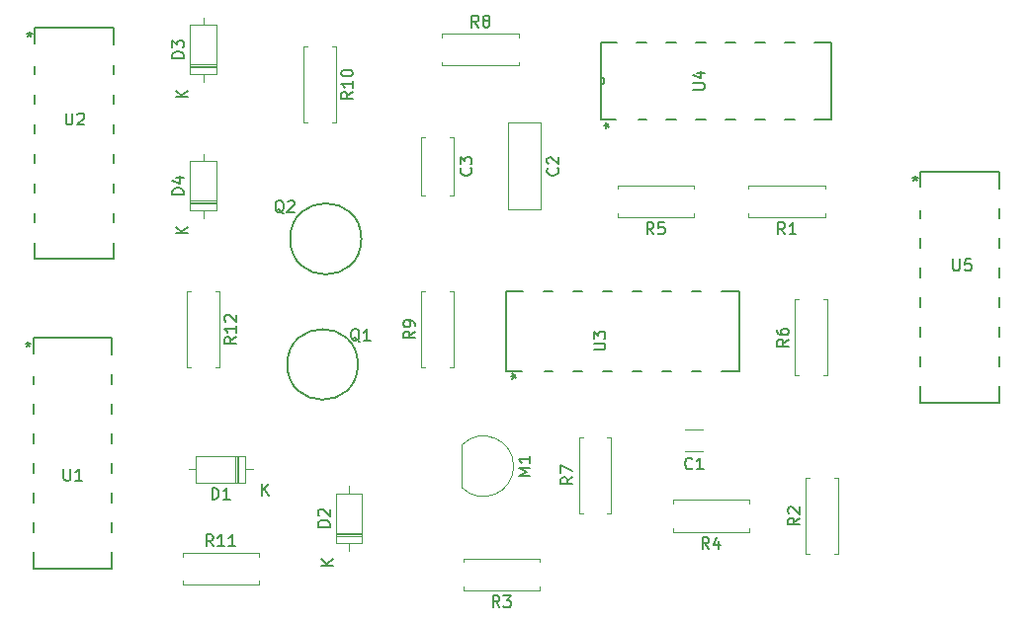
<source format=gbr>
%TF.GenerationSoftware,KiCad,Pcbnew,9.0.1*%
%TF.CreationDate,2025-05-09T16:34:40+03:00*%
%TF.ProjectId,PLL_1,504c4c5f-312e-46b6-9963-61645f706362,rev?*%
%TF.SameCoordinates,Original*%
%TF.FileFunction,Legend,Top*%
%TF.FilePolarity,Positive*%
%FSLAX46Y46*%
G04 Gerber Fmt 4.6, Leading zero omitted, Abs format (unit mm)*
G04 Created by KiCad (PCBNEW 9.0.1) date 2025-05-09 16:34:40*
%MOMM*%
%LPD*%
G01*
G04 APERTURE LIST*
%ADD10C,0.150000*%
%ADD11C,0.120000*%
%ADD12C,0.152400*%
G04 APERTURE END LIST*
D10*
X86893333Y-109324819D02*
X86560000Y-108848628D01*
X86321905Y-109324819D02*
X86321905Y-108324819D01*
X86321905Y-108324819D02*
X86702857Y-108324819D01*
X86702857Y-108324819D02*
X86798095Y-108372438D01*
X86798095Y-108372438D02*
X86845714Y-108420057D01*
X86845714Y-108420057D02*
X86893333Y-108515295D01*
X86893333Y-108515295D02*
X86893333Y-108658152D01*
X86893333Y-108658152D02*
X86845714Y-108753390D01*
X86845714Y-108753390D02*
X86798095Y-108801009D01*
X86798095Y-108801009D02*
X86702857Y-108848628D01*
X86702857Y-108848628D02*
X86321905Y-108848628D01*
X87226667Y-108324819D02*
X87845714Y-108324819D01*
X87845714Y-108324819D02*
X87512381Y-108705771D01*
X87512381Y-108705771D02*
X87655238Y-108705771D01*
X87655238Y-108705771D02*
X87750476Y-108753390D01*
X87750476Y-108753390D02*
X87798095Y-108801009D01*
X87798095Y-108801009D02*
X87845714Y-108896247D01*
X87845714Y-108896247D02*
X87845714Y-109134342D01*
X87845714Y-109134342D02*
X87798095Y-109229580D01*
X87798095Y-109229580D02*
X87750476Y-109277200D01*
X87750476Y-109277200D02*
X87655238Y-109324819D01*
X87655238Y-109324819D02*
X87369524Y-109324819D01*
X87369524Y-109324819D02*
X87274286Y-109277200D01*
X87274286Y-109277200D02*
X87226667Y-109229580D01*
X89514819Y-98039523D02*
X88514819Y-98039523D01*
X88514819Y-98039523D02*
X89229104Y-97706190D01*
X89229104Y-97706190D02*
X88514819Y-97372857D01*
X88514819Y-97372857D02*
X89514819Y-97372857D01*
X89514819Y-96372857D02*
X89514819Y-96944285D01*
X89514819Y-96658571D02*
X88514819Y-96658571D01*
X88514819Y-96658571D02*
X88657676Y-96753809D01*
X88657676Y-96753809D02*
X88752914Y-96849047D01*
X88752914Y-96849047D02*
X88800533Y-96944285D01*
X125738095Y-79454819D02*
X125738095Y-80264342D01*
X125738095Y-80264342D02*
X125785714Y-80359580D01*
X125785714Y-80359580D02*
X125833333Y-80407200D01*
X125833333Y-80407200D02*
X125928571Y-80454819D01*
X125928571Y-80454819D02*
X126119047Y-80454819D01*
X126119047Y-80454819D02*
X126214285Y-80407200D01*
X126214285Y-80407200D02*
X126261904Y-80359580D01*
X126261904Y-80359580D02*
X126309523Y-80264342D01*
X126309523Y-80264342D02*
X126309523Y-79454819D01*
X127261904Y-79454819D02*
X126785714Y-79454819D01*
X126785714Y-79454819D02*
X126738095Y-79931009D01*
X126738095Y-79931009D02*
X126785714Y-79883390D01*
X126785714Y-79883390D02*
X126880952Y-79835771D01*
X126880952Y-79835771D02*
X127119047Y-79835771D01*
X127119047Y-79835771D02*
X127214285Y-79883390D01*
X127214285Y-79883390D02*
X127261904Y-79931009D01*
X127261904Y-79931009D02*
X127309523Y-80026247D01*
X127309523Y-80026247D02*
X127309523Y-80264342D01*
X127309523Y-80264342D02*
X127261904Y-80359580D01*
X127261904Y-80359580D02*
X127214285Y-80407200D01*
X127214285Y-80407200D02*
X127119047Y-80454819D01*
X127119047Y-80454819D02*
X126880952Y-80454819D01*
X126880952Y-80454819D02*
X126785714Y-80407200D01*
X126785714Y-80407200D02*
X126738095Y-80359580D01*
X122500000Y-72305119D02*
X122500000Y-72543214D01*
X122261905Y-72447976D02*
X122500000Y-72543214D01*
X122500000Y-72543214D02*
X122738095Y-72447976D01*
X122357143Y-72733690D02*
X122500000Y-72543214D01*
X122500000Y-72543214D02*
X122642857Y-72733690D01*
X122500000Y-72305119D02*
X122500000Y-72543214D01*
X122261905Y-72447976D02*
X122500000Y-72543214D01*
X122500000Y-72543214D02*
X122738095Y-72447976D01*
X122357143Y-72733690D02*
X122500000Y-72543214D01*
X122500000Y-72543214D02*
X122642857Y-72733690D01*
X103454819Y-64951904D02*
X104264342Y-64951904D01*
X104264342Y-64951904D02*
X104359580Y-64904285D01*
X104359580Y-64904285D02*
X104407200Y-64856666D01*
X104407200Y-64856666D02*
X104454819Y-64761428D01*
X104454819Y-64761428D02*
X104454819Y-64570952D01*
X104454819Y-64570952D02*
X104407200Y-64475714D01*
X104407200Y-64475714D02*
X104359580Y-64428095D01*
X104359580Y-64428095D02*
X104264342Y-64380476D01*
X104264342Y-64380476D02*
X103454819Y-64380476D01*
X103788152Y-63475714D02*
X104454819Y-63475714D01*
X103407200Y-63713809D02*
X104121485Y-63951904D01*
X104121485Y-63951904D02*
X104121485Y-63332857D01*
X95845119Y-67999999D02*
X96083214Y-67999999D01*
X95987976Y-68238094D02*
X96083214Y-67999999D01*
X96083214Y-67999999D02*
X95987976Y-67761904D01*
X96273690Y-68142856D02*
X96083214Y-67999999D01*
X96083214Y-67999999D02*
X96273690Y-67857142D01*
X95845119Y-67999999D02*
X96083214Y-67999999D01*
X95987976Y-68238094D02*
X96083214Y-67999999D01*
X96083214Y-67999999D02*
X95987976Y-67761904D01*
X96273690Y-68142856D02*
X96083214Y-67999999D01*
X96083214Y-67999999D02*
X96273690Y-67857142D01*
X94954819Y-87261904D02*
X95764342Y-87261904D01*
X95764342Y-87261904D02*
X95859580Y-87214285D01*
X95859580Y-87214285D02*
X95907200Y-87166666D01*
X95907200Y-87166666D02*
X95954819Y-87071428D01*
X95954819Y-87071428D02*
X95954819Y-86880952D01*
X95954819Y-86880952D02*
X95907200Y-86785714D01*
X95907200Y-86785714D02*
X95859580Y-86738095D01*
X95859580Y-86738095D02*
X95764342Y-86690476D01*
X95764342Y-86690476D02*
X94954819Y-86690476D01*
X94954819Y-86309523D02*
X94954819Y-85690476D01*
X94954819Y-85690476D02*
X95335771Y-86023809D01*
X95335771Y-86023809D02*
X95335771Y-85880952D01*
X95335771Y-85880952D02*
X95383390Y-85785714D01*
X95383390Y-85785714D02*
X95431009Y-85738095D01*
X95431009Y-85738095D02*
X95526247Y-85690476D01*
X95526247Y-85690476D02*
X95764342Y-85690476D01*
X95764342Y-85690476D02*
X95859580Y-85738095D01*
X95859580Y-85738095D02*
X95907200Y-85785714D01*
X95907200Y-85785714D02*
X95954819Y-85880952D01*
X95954819Y-85880952D02*
X95954819Y-86166666D01*
X95954819Y-86166666D02*
X95907200Y-86261904D01*
X95907200Y-86261904D02*
X95859580Y-86309523D01*
X87845119Y-89499999D02*
X88083214Y-89499999D01*
X87987976Y-89738094D02*
X88083214Y-89499999D01*
X88083214Y-89499999D02*
X87987976Y-89261904D01*
X88273690Y-89642856D02*
X88083214Y-89499999D01*
X88083214Y-89499999D02*
X88273690Y-89357142D01*
X87845119Y-89499999D02*
X88083214Y-89499999D01*
X87987976Y-89738094D02*
X88083214Y-89499999D01*
X88083214Y-89499999D02*
X87987976Y-89261904D01*
X88273690Y-89642856D02*
X88083214Y-89499999D01*
X88083214Y-89499999D02*
X88273690Y-89357142D01*
X49738095Y-66954819D02*
X49738095Y-67764342D01*
X49738095Y-67764342D02*
X49785714Y-67859580D01*
X49785714Y-67859580D02*
X49833333Y-67907200D01*
X49833333Y-67907200D02*
X49928571Y-67954819D01*
X49928571Y-67954819D02*
X50119047Y-67954819D01*
X50119047Y-67954819D02*
X50214285Y-67907200D01*
X50214285Y-67907200D02*
X50261904Y-67859580D01*
X50261904Y-67859580D02*
X50309523Y-67764342D01*
X50309523Y-67764342D02*
X50309523Y-66954819D01*
X50738095Y-67050057D02*
X50785714Y-67002438D01*
X50785714Y-67002438D02*
X50880952Y-66954819D01*
X50880952Y-66954819D02*
X51119047Y-66954819D01*
X51119047Y-66954819D02*
X51214285Y-67002438D01*
X51214285Y-67002438D02*
X51261904Y-67050057D01*
X51261904Y-67050057D02*
X51309523Y-67145295D01*
X51309523Y-67145295D02*
X51309523Y-67240533D01*
X51309523Y-67240533D02*
X51261904Y-67383390D01*
X51261904Y-67383390D02*
X50690476Y-67954819D01*
X50690476Y-67954819D02*
X51309523Y-67954819D01*
X46620000Y-59965119D02*
X46620000Y-60203214D01*
X46381905Y-60107976D02*
X46620000Y-60203214D01*
X46620000Y-60203214D02*
X46858095Y-60107976D01*
X46477143Y-60393690D02*
X46620000Y-60203214D01*
X46620000Y-60203214D02*
X46762857Y-60393690D01*
X46620000Y-59965119D02*
X46620000Y-60203214D01*
X46381905Y-60107976D02*
X46620000Y-60203214D01*
X46620000Y-60203214D02*
X46858095Y-60107976D01*
X46477143Y-60393690D02*
X46620000Y-60203214D01*
X46620000Y-60203214D02*
X46762857Y-60393690D01*
X49548095Y-97454819D02*
X49548095Y-98264342D01*
X49548095Y-98264342D02*
X49595714Y-98359580D01*
X49595714Y-98359580D02*
X49643333Y-98407200D01*
X49643333Y-98407200D02*
X49738571Y-98454819D01*
X49738571Y-98454819D02*
X49929047Y-98454819D01*
X49929047Y-98454819D02*
X50024285Y-98407200D01*
X50024285Y-98407200D02*
X50071904Y-98359580D01*
X50071904Y-98359580D02*
X50119523Y-98264342D01*
X50119523Y-98264342D02*
X50119523Y-97454819D01*
X51119523Y-98454819D02*
X50548095Y-98454819D01*
X50833809Y-98454819D02*
X50833809Y-97454819D01*
X50833809Y-97454819D02*
X50738571Y-97597676D01*
X50738571Y-97597676D02*
X50643333Y-97692914D01*
X50643333Y-97692914D02*
X50548095Y-97740533D01*
X46500000Y-86545119D02*
X46500000Y-86783214D01*
X46261905Y-86687976D02*
X46500000Y-86783214D01*
X46500000Y-86783214D02*
X46738095Y-86687976D01*
X46357143Y-86973690D02*
X46500000Y-86783214D01*
X46500000Y-86783214D02*
X46642857Y-86973690D01*
X46500000Y-86545119D02*
X46500000Y-86783214D01*
X46261905Y-86687976D02*
X46500000Y-86783214D01*
X46500000Y-86783214D02*
X46738095Y-86687976D01*
X46357143Y-86973690D02*
X46500000Y-86783214D01*
X46500000Y-86783214D02*
X46642857Y-86973690D01*
X64324819Y-86142857D02*
X63848628Y-86476190D01*
X64324819Y-86714285D02*
X63324819Y-86714285D01*
X63324819Y-86714285D02*
X63324819Y-86333333D01*
X63324819Y-86333333D02*
X63372438Y-86238095D01*
X63372438Y-86238095D02*
X63420057Y-86190476D01*
X63420057Y-86190476D02*
X63515295Y-86142857D01*
X63515295Y-86142857D02*
X63658152Y-86142857D01*
X63658152Y-86142857D02*
X63753390Y-86190476D01*
X63753390Y-86190476D02*
X63801009Y-86238095D01*
X63801009Y-86238095D02*
X63848628Y-86333333D01*
X63848628Y-86333333D02*
X63848628Y-86714285D01*
X64324819Y-85190476D02*
X64324819Y-85761904D01*
X64324819Y-85476190D02*
X63324819Y-85476190D01*
X63324819Y-85476190D02*
X63467676Y-85571428D01*
X63467676Y-85571428D02*
X63562914Y-85666666D01*
X63562914Y-85666666D02*
X63610533Y-85761904D01*
X63420057Y-84809523D02*
X63372438Y-84761904D01*
X63372438Y-84761904D02*
X63324819Y-84666666D01*
X63324819Y-84666666D02*
X63324819Y-84428571D01*
X63324819Y-84428571D02*
X63372438Y-84333333D01*
X63372438Y-84333333D02*
X63420057Y-84285714D01*
X63420057Y-84285714D02*
X63515295Y-84238095D01*
X63515295Y-84238095D02*
X63610533Y-84238095D01*
X63610533Y-84238095D02*
X63753390Y-84285714D01*
X63753390Y-84285714D02*
X64324819Y-84857142D01*
X64324819Y-84857142D02*
X64324819Y-84238095D01*
X62357142Y-104084819D02*
X62023809Y-103608628D01*
X61785714Y-104084819D02*
X61785714Y-103084819D01*
X61785714Y-103084819D02*
X62166666Y-103084819D01*
X62166666Y-103084819D02*
X62261904Y-103132438D01*
X62261904Y-103132438D02*
X62309523Y-103180057D01*
X62309523Y-103180057D02*
X62357142Y-103275295D01*
X62357142Y-103275295D02*
X62357142Y-103418152D01*
X62357142Y-103418152D02*
X62309523Y-103513390D01*
X62309523Y-103513390D02*
X62261904Y-103561009D01*
X62261904Y-103561009D02*
X62166666Y-103608628D01*
X62166666Y-103608628D02*
X61785714Y-103608628D01*
X63309523Y-104084819D02*
X62738095Y-104084819D01*
X63023809Y-104084819D02*
X63023809Y-103084819D01*
X63023809Y-103084819D02*
X62928571Y-103227676D01*
X62928571Y-103227676D02*
X62833333Y-103322914D01*
X62833333Y-103322914D02*
X62738095Y-103370533D01*
X64261904Y-104084819D02*
X63690476Y-104084819D01*
X63976190Y-104084819D02*
X63976190Y-103084819D01*
X63976190Y-103084819D02*
X63880952Y-103227676D01*
X63880952Y-103227676D02*
X63785714Y-103322914D01*
X63785714Y-103322914D02*
X63690476Y-103370533D01*
X79644819Y-85666666D02*
X79168628Y-85999999D01*
X79644819Y-86238094D02*
X78644819Y-86238094D01*
X78644819Y-86238094D02*
X78644819Y-85857142D01*
X78644819Y-85857142D02*
X78692438Y-85761904D01*
X78692438Y-85761904D02*
X78740057Y-85714285D01*
X78740057Y-85714285D02*
X78835295Y-85666666D01*
X78835295Y-85666666D02*
X78978152Y-85666666D01*
X78978152Y-85666666D02*
X79073390Y-85714285D01*
X79073390Y-85714285D02*
X79121009Y-85761904D01*
X79121009Y-85761904D02*
X79168628Y-85857142D01*
X79168628Y-85857142D02*
X79168628Y-86238094D01*
X79644819Y-85190475D02*
X79644819Y-84999999D01*
X79644819Y-84999999D02*
X79597200Y-84904761D01*
X79597200Y-84904761D02*
X79549580Y-84857142D01*
X79549580Y-84857142D02*
X79406723Y-84761904D01*
X79406723Y-84761904D02*
X79216247Y-84714285D01*
X79216247Y-84714285D02*
X78835295Y-84714285D01*
X78835295Y-84714285D02*
X78740057Y-84761904D01*
X78740057Y-84761904D02*
X78692438Y-84809523D01*
X78692438Y-84809523D02*
X78644819Y-84904761D01*
X78644819Y-84904761D02*
X78644819Y-85095237D01*
X78644819Y-85095237D02*
X78692438Y-85190475D01*
X78692438Y-85190475D02*
X78740057Y-85238094D01*
X78740057Y-85238094D02*
X78835295Y-85285713D01*
X78835295Y-85285713D02*
X79073390Y-85285713D01*
X79073390Y-85285713D02*
X79168628Y-85238094D01*
X79168628Y-85238094D02*
X79216247Y-85190475D01*
X79216247Y-85190475D02*
X79263866Y-85095237D01*
X79263866Y-85095237D02*
X79263866Y-84904761D01*
X79263866Y-84904761D02*
X79216247Y-84809523D01*
X79216247Y-84809523D02*
X79168628Y-84761904D01*
X79168628Y-84761904D02*
X79073390Y-84714285D01*
X85083333Y-59584819D02*
X84750000Y-59108628D01*
X84511905Y-59584819D02*
X84511905Y-58584819D01*
X84511905Y-58584819D02*
X84892857Y-58584819D01*
X84892857Y-58584819D02*
X84988095Y-58632438D01*
X84988095Y-58632438D02*
X85035714Y-58680057D01*
X85035714Y-58680057D02*
X85083333Y-58775295D01*
X85083333Y-58775295D02*
X85083333Y-58918152D01*
X85083333Y-58918152D02*
X85035714Y-59013390D01*
X85035714Y-59013390D02*
X84988095Y-59061009D01*
X84988095Y-59061009D02*
X84892857Y-59108628D01*
X84892857Y-59108628D02*
X84511905Y-59108628D01*
X85654762Y-59013390D02*
X85559524Y-58965771D01*
X85559524Y-58965771D02*
X85511905Y-58918152D01*
X85511905Y-58918152D02*
X85464286Y-58822914D01*
X85464286Y-58822914D02*
X85464286Y-58775295D01*
X85464286Y-58775295D02*
X85511905Y-58680057D01*
X85511905Y-58680057D02*
X85559524Y-58632438D01*
X85559524Y-58632438D02*
X85654762Y-58584819D01*
X85654762Y-58584819D02*
X85845238Y-58584819D01*
X85845238Y-58584819D02*
X85940476Y-58632438D01*
X85940476Y-58632438D02*
X85988095Y-58680057D01*
X85988095Y-58680057D02*
X86035714Y-58775295D01*
X86035714Y-58775295D02*
X86035714Y-58822914D01*
X86035714Y-58822914D02*
X85988095Y-58918152D01*
X85988095Y-58918152D02*
X85940476Y-58965771D01*
X85940476Y-58965771D02*
X85845238Y-59013390D01*
X85845238Y-59013390D02*
X85654762Y-59013390D01*
X85654762Y-59013390D02*
X85559524Y-59061009D01*
X85559524Y-59061009D02*
X85511905Y-59108628D01*
X85511905Y-59108628D02*
X85464286Y-59203866D01*
X85464286Y-59203866D02*
X85464286Y-59394342D01*
X85464286Y-59394342D02*
X85511905Y-59489580D01*
X85511905Y-59489580D02*
X85559524Y-59537200D01*
X85559524Y-59537200D02*
X85654762Y-59584819D01*
X85654762Y-59584819D02*
X85845238Y-59584819D01*
X85845238Y-59584819D02*
X85940476Y-59537200D01*
X85940476Y-59537200D02*
X85988095Y-59489580D01*
X85988095Y-59489580D02*
X86035714Y-59394342D01*
X86035714Y-59394342D02*
X86035714Y-59203866D01*
X86035714Y-59203866D02*
X85988095Y-59108628D01*
X85988095Y-59108628D02*
X85940476Y-59061009D01*
X85940476Y-59061009D02*
X85845238Y-59013390D01*
X93144819Y-98166666D02*
X92668628Y-98499999D01*
X93144819Y-98738094D02*
X92144819Y-98738094D01*
X92144819Y-98738094D02*
X92144819Y-98357142D01*
X92144819Y-98357142D02*
X92192438Y-98261904D01*
X92192438Y-98261904D02*
X92240057Y-98214285D01*
X92240057Y-98214285D02*
X92335295Y-98166666D01*
X92335295Y-98166666D02*
X92478152Y-98166666D01*
X92478152Y-98166666D02*
X92573390Y-98214285D01*
X92573390Y-98214285D02*
X92621009Y-98261904D01*
X92621009Y-98261904D02*
X92668628Y-98357142D01*
X92668628Y-98357142D02*
X92668628Y-98738094D01*
X92144819Y-97833332D02*
X92144819Y-97166666D01*
X92144819Y-97166666D02*
X93144819Y-97595237D01*
X111644819Y-86356666D02*
X111168628Y-86689999D01*
X111644819Y-86928094D02*
X110644819Y-86928094D01*
X110644819Y-86928094D02*
X110644819Y-86547142D01*
X110644819Y-86547142D02*
X110692438Y-86451904D01*
X110692438Y-86451904D02*
X110740057Y-86404285D01*
X110740057Y-86404285D02*
X110835295Y-86356666D01*
X110835295Y-86356666D02*
X110978152Y-86356666D01*
X110978152Y-86356666D02*
X111073390Y-86404285D01*
X111073390Y-86404285D02*
X111121009Y-86451904D01*
X111121009Y-86451904D02*
X111168628Y-86547142D01*
X111168628Y-86547142D02*
X111168628Y-86928094D01*
X110644819Y-85499523D02*
X110644819Y-85689999D01*
X110644819Y-85689999D02*
X110692438Y-85785237D01*
X110692438Y-85785237D02*
X110740057Y-85832856D01*
X110740057Y-85832856D02*
X110882914Y-85928094D01*
X110882914Y-85928094D02*
X111073390Y-85975713D01*
X111073390Y-85975713D02*
X111454342Y-85975713D01*
X111454342Y-85975713D02*
X111549580Y-85928094D01*
X111549580Y-85928094D02*
X111597200Y-85880475D01*
X111597200Y-85880475D02*
X111644819Y-85785237D01*
X111644819Y-85785237D02*
X111644819Y-85594761D01*
X111644819Y-85594761D02*
X111597200Y-85499523D01*
X111597200Y-85499523D02*
X111549580Y-85451904D01*
X111549580Y-85451904D02*
X111454342Y-85404285D01*
X111454342Y-85404285D02*
X111216247Y-85404285D01*
X111216247Y-85404285D02*
X111121009Y-85451904D01*
X111121009Y-85451904D02*
X111073390Y-85499523D01*
X111073390Y-85499523D02*
X111025771Y-85594761D01*
X111025771Y-85594761D02*
X111025771Y-85785237D01*
X111025771Y-85785237D02*
X111073390Y-85880475D01*
X111073390Y-85880475D02*
X111121009Y-85928094D01*
X111121009Y-85928094D02*
X111216247Y-85975713D01*
X100083333Y-77324819D02*
X99750000Y-76848628D01*
X99511905Y-77324819D02*
X99511905Y-76324819D01*
X99511905Y-76324819D02*
X99892857Y-76324819D01*
X99892857Y-76324819D02*
X99988095Y-76372438D01*
X99988095Y-76372438D02*
X100035714Y-76420057D01*
X100035714Y-76420057D02*
X100083333Y-76515295D01*
X100083333Y-76515295D02*
X100083333Y-76658152D01*
X100083333Y-76658152D02*
X100035714Y-76753390D01*
X100035714Y-76753390D02*
X99988095Y-76801009D01*
X99988095Y-76801009D02*
X99892857Y-76848628D01*
X99892857Y-76848628D02*
X99511905Y-76848628D01*
X100988095Y-76324819D02*
X100511905Y-76324819D01*
X100511905Y-76324819D02*
X100464286Y-76801009D01*
X100464286Y-76801009D02*
X100511905Y-76753390D01*
X100511905Y-76753390D02*
X100607143Y-76705771D01*
X100607143Y-76705771D02*
X100845238Y-76705771D01*
X100845238Y-76705771D02*
X100940476Y-76753390D01*
X100940476Y-76753390D02*
X100988095Y-76801009D01*
X100988095Y-76801009D02*
X101035714Y-76896247D01*
X101035714Y-76896247D02*
X101035714Y-77134342D01*
X101035714Y-77134342D02*
X100988095Y-77229580D01*
X100988095Y-77229580D02*
X100940476Y-77277200D01*
X100940476Y-77277200D02*
X100845238Y-77324819D01*
X100845238Y-77324819D02*
X100607143Y-77324819D01*
X100607143Y-77324819D02*
X100511905Y-77277200D01*
X100511905Y-77277200D02*
X100464286Y-77229580D01*
X104833333Y-104324819D02*
X104500000Y-103848628D01*
X104261905Y-104324819D02*
X104261905Y-103324819D01*
X104261905Y-103324819D02*
X104642857Y-103324819D01*
X104642857Y-103324819D02*
X104738095Y-103372438D01*
X104738095Y-103372438D02*
X104785714Y-103420057D01*
X104785714Y-103420057D02*
X104833333Y-103515295D01*
X104833333Y-103515295D02*
X104833333Y-103658152D01*
X104833333Y-103658152D02*
X104785714Y-103753390D01*
X104785714Y-103753390D02*
X104738095Y-103801009D01*
X104738095Y-103801009D02*
X104642857Y-103848628D01*
X104642857Y-103848628D02*
X104261905Y-103848628D01*
X105690476Y-103658152D02*
X105690476Y-104324819D01*
X105452381Y-103277200D02*
X105214286Y-103991485D01*
X105214286Y-103991485D02*
X105833333Y-103991485D01*
X112584819Y-101666666D02*
X112108628Y-101999999D01*
X112584819Y-102238094D02*
X111584819Y-102238094D01*
X111584819Y-102238094D02*
X111584819Y-101857142D01*
X111584819Y-101857142D02*
X111632438Y-101761904D01*
X111632438Y-101761904D02*
X111680057Y-101714285D01*
X111680057Y-101714285D02*
X111775295Y-101666666D01*
X111775295Y-101666666D02*
X111918152Y-101666666D01*
X111918152Y-101666666D02*
X112013390Y-101714285D01*
X112013390Y-101714285D02*
X112061009Y-101761904D01*
X112061009Y-101761904D02*
X112108628Y-101857142D01*
X112108628Y-101857142D02*
X112108628Y-102238094D01*
X111680057Y-101285713D02*
X111632438Y-101238094D01*
X111632438Y-101238094D02*
X111584819Y-101142856D01*
X111584819Y-101142856D02*
X111584819Y-100904761D01*
X111584819Y-100904761D02*
X111632438Y-100809523D01*
X111632438Y-100809523D02*
X111680057Y-100761904D01*
X111680057Y-100761904D02*
X111775295Y-100714285D01*
X111775295Y-100714285D02*
X111870533Y-100714285D01*
X111870533Y-100714285D02*
X112013390Y-100761904D01*
X112013390Y-100761904D02*
X112584819Y-101333332D01*
X112584819Y-101333332D02*
X112584819Y-100714285D01*
X111333333Y-77324819D02*
X111000000Y-76848628D01*
X110761905Y-77324819D02*
X110761905Y-76324819D01*
X110761905Y-76324819D02*
X111142857Y-76324819D01*
X111142857Y-76324819D02*
X111238095Y-76372438D01*
X111238095Y-76372438D02*
X111285714Y-76420057D01*
X111285714Y-76420057D02*
X111333333Y-76515295D01*
X111333333Y-76515295D02*
X111333333Y-76658152D01*
X111333333Y-76658152D02*
X111285714Y-76753390D01*
X111285714Y-76753390D02*
X111238095Y-76801009D01*
X111238095Y-76801009D02*
X111142857Y-76848628D01*
X111142857Y-76848628D02*
X110761905Y-76848628D01*
X112285714Y-77324819D02*
X111714286Y-77324819D01*
X112000000Y-77324819D02*
X112000000Y-76324819D01*
X112000000Y-76324819D02*
X111904762Y-76467676D01*
X111904762Y-76467676D02*
X111809524Y-76562914D01*
X111809524Y-76562914D02*
X111714286Y-76610533D01*
X68404761Y-75550057D02*
X68309523Y-75502438D01*
X68309523Y-75502438D02*
X68214285Y-75407200D01*
X68214285Y-75407200D02*
X68071428Y-75264342D01*
X68071428Y-75264342D02*
X67976190Y-75216723D01*
X67976190Y-75216723D02*
X67880952Y-75216723D01*
X67928571Y-75454819D02*
X67833333Y-75407200D01*
X67833333Y-75407200D02*
X67738095Y-75311961D01*
X67738095Y-75311961D02*
X67690476Y-75121485D01*
X67690476Y-75121485D02*
X67690476Y-74788152D01*
X67690476Y-74788152D02*
X67738095Y-74597676D01*
X67738095Y-74597676D02*
X67833333Y-74502438D01*
X67833333Y-74502438D02*
X67928571Y-74454819D01*
X67928571Y-74454819D02*
X68119047Y-74454819D01*
X68119047Y-74454819D02*
X68214285Y-74502438D01*
X68214285Y-74502438D02*
X68309523Y-74597676D01*
X68309523Y-74597676D02*
X68357142Y-74788152D01*
X68357142Y-74788152D02*
X68357142Y-75121485D01*
X68357142Y-75121485D02*
X68309523Y-75311961D01*
X68309523Y-75311961D02*
X68214285Y-75407200D01*
X68214285Y-75407200D02*
X68119047Y-75454819D01*
X68119047Y-75454819D02*
X67928571Y-75454819D01*
X68738095Y-74550057D02*
X68785714Y-74502438D01*
X68785714Y-74502438D02*
X68880952Y-74454819D01*
X68880952Y-74454819D02*
X69119047Y-74454819D01*
X69119047Y-74454819D02*
X69214285Y-74502438D01*
X69214285Y-74502438D02*
X69261904Y-74550057D01*
X69261904Y-74550057D02*
X69309523Y-74645295D01*
X69309523Y-74645295D02*
X69309523Y-74740533D01*
X69309523Y-74740533D02*
X69261904Y-74883390D01*
X69261904Y-74883390D02*
X68690476Y-75454819D01*
X68690476Y-75454819D02*
X69309523Y-75454819D01*
X74904761Y-86550057D02*
X74809523Y-86502438D01*
X74809523Y-86502438D02*
X74714285Y-86407200D01*
X74714285Y-86407200D02*
X74571428Y-86264342D01*
X74571428Y-86264342D02*
X74476190Y-86216723D01*
X74476190Y-86216723D02*
X74380952Y-86216723D01*
X74428571Y-86454819D02*
X74333333Y-86407200D01*
X74333333Y-86407200D02*
X74238095Y-86311961D01*
X74238095Y-86311961D02*
X74190476Y-86121485D01*
X74190476Y-86121485D02*
X74190476Y-85788152D01*
X74190476Y-85788152D02*
X74238095Y-85597676D01*
X74238095Y-85597676D02*
X74333333Y-85502438D01*
X74333333Y-85502438D02*
X74428571Y-85454819D01*
X74428571Y-85454819D02*
X74619047Y-85454819D01*
X74619047Y-85454819D02*
X74714285Y-85502438D01*
X74714285Y-85502438D02*
X74809523Y-85597676D01*
X74809523Y-85597676D02*
X74857142Y-85788152D01*
X74857142Y-85788152D02*
X74857142Y-86121485D01*
X74857142Y-86121485D02*
X74809523Y-86311961D01*
X74809523Y-86311961D02*
X74714285Y-86407200D01*
X74714285Y-86407200D02*
X74619047Y-86454819D01*
X74619047Y-86454819D02*
X74428571Y-86454819D01*
X75809523Y-86454819D02*
X75238095Y-86454819D01*
X75523809Y-86454819D02*
X75523809Y-85454819D01*
X75523809Y-85454819D02*
X75428571Y-85597676D01*
X75428571Y-85597676D02*
X75333333Y-85692914D01*
X75333333Y-85692914D02*
X75238095Y-85740533D01*
X59834819Y-73928094D02*
X58834819Y-73928094D01*
X58834819Y-73928094D02*
X58834819Y-73689999D01*
X58834819Y-73689999D02*
X58882438Y-73547142D01*
X58882438Y-73547142D02*
X58977676Y-73451904D01*
X58977676Y-73451904D02*
X59072914Y-73404285D01*
X59072914Y-73404285D02*
X59263390Y-73356666D01*
X59263390Y-73356666D02*
X59406247Y-73356666D01*
X59406247Y-73356666D02*
X59596723Y-73404285D01*
X59596723Y-73404285D02*
X59691961Y-73451904D01*
X59691961Y-73451904D02*
X59787200Y-73547142D01*
X59787200Y-73547142D02*
X59834819Y-73689999D01*
X59834819Y-73689999D02*
X59834819Y-73928094D01*
X59168152Y-72499523D02*
X59834819Y-72499523D01*
X58787200Y-72737618D02*
X59501485Y-72975713D01*
X59501485Y-72975713D02*
X59501485Y-72356666D01*
X60154819Y-77261904D02*
X59154819Y-77261904D01*
X60154819Y-76690476D02*
X59583390Y-77119047D01*
X59154819Y-76690476D02*
X59726247Y-77261904D01*
X59834819Y-62238094D02*
X58834819Y-62238094D01*
X58834819Y-62238094D02*
X58834819Y-61999999D01*
X58834819Y-61999999D02*
X58882438Y-61857142D01*
X58882438Y-61857142D02*
X58977676Y-61761904D01*
X58977676Y-61761904D02*
X59072914Y-61714285D01*
X59072914Y-61714285D02*
X59263390Y-61666666D01*
X59263390Y-61666666D02*
X59406247Y-61666666D01*
X59406247Y-61666666D02*
X59596723Y-61714285D01*
X59596723Y-61714285D02*
X59691961Y-61761904D01*
X59691961Y-61761904D02*
X59787200Y-61857142D01*
X59787200Y-61857142D02*
X59834819Y-61999999D01*
X59834819Y-61999999D02*
X59834819Y-62238094D01*
X58834819Y-61333332D02*
X58834819Y-60714285D01*
X58834819Y-60714285D02*
X59215771Y-61047618D01*
X59215771Y-61047618D02*
X59215771Y-60904761D01*
X59215771Y-60904761D02*
X59263390Y-60809523D01*
X59263390Y-60809523D02*
X59311009Y-60761904D01*
X59311009Y-60761904D02*
X59406247Y-60714285D01*
X59406247Y-60714285D02*
X59644342Y-60714285D01*
X59644342Y-60714285D02*
X59739580Y-60761904D01*
X59739580Y-60761904D02*
X59787200Y-60809523D01*
X59787200Y-60809523D02*
X59834819Y-60904761D01*
X59834819Y-60904761D02*
X59834819Y-61190475D01*
X59834819Y-61190475D02*
X59787200Y-61285713D01*
X59787200Y-61285713D02*
X59739580Y-61333332D01*
X60154819Y-65571904D02*
X59154819Y-65571904D01*
X60154819Y-65000476D02*
X59583390Y-65429047D01*
X59154819Y-65000476D02*
X59726247Y-65571904D01*
X72334819Y-102428094D02*
X71334819Y-102428094D01*
X71334819Y-102428094D02*
X71334819Y-102189999D01*
X71334819Y-102189999D02*
X71382438Y-102047142D01*
X71382438Y-102047142D02*
X71477676Y-101951904D01*
X71477676Y-101951904D02*
X71572914Y-101904285D01*
X71572914Y-101904285D02*
X71763390Y-101856666D01*
X71763390Y-101856666D02*
X71906247Y-101856666D01*
X71906247Y-101856666D02*
X72096723Y-101904285D01*
X72096723Y-101904285D02*
X72191961Y-101951904D01*
X72191961Y-101951904D02*
X72287200Y-102047142D01*
X72287200Y-102047142D02*
X72334819Y-102189999D01*
X72334819Y-102189999D02*
X72334819Y-102428094D01*
X71430057Y-101475713D02*
X71382438Y-101428094D01*
X71382438Y-101428094D02*
X71334819Y-101332856D01*
X71334819Y-101332856D02*
X71334819Y-101094761D01*
X71334819Y-101094761D02*
X71382438Y-100999523D01*
X71382438Y-100999523D02*
X71430057Y-100951904D01*
X71430057Y-100951904D02*
X71525295Y-100904285D01*
X71525295Y-100904285D02*
X71620533Y-100904285D01*
X71620533Y-100904285D02*
X71763390Y-100951904D01*
X71763390Y-100951904D02*
X72334819Y-101523332D01*
X72334819Y-101523332D02*
X72334819Y-100904285D01*
X72654819Y-105761904D02*
X71654819Y-105761904D01*
X72654819Y-105190476D02*
X72083390Y-105619047D01*
X71654819Y-105190476D02*
X72226247Y-105761904D01*
X62261905Y-100074819D02*
X62261905Y-99074819D01*
X62261905Y-99074819D02*
X62500000Y-99074819D01*
X62500000Y-99074819D02*
X62642857Y-99122438D01*
X62642857Y-99122438D02*
X62738095Y-99217676D01*
X62738095Y-99217676D02*
X62785714Y-99312914D01*
X62785714Y-99312914D02*
X62833333Y-99503390D01*
X62833333Y-99503390D02*
X62833333Y-99646247D01*
X62833333Y-99646247D02*
X62785714Y-99836723D01*
X62785714Y-99836723D02*
X62738095Y-99931961D01*
X62738095Y-99931961D02*
X62642857Y-100027200D01*
X62642857Y-100027200D02*
X62500000Y-100074819D01*
X62500000Y-100074819D02*
X62261905Y-100074819D01*
X63785714Y-100074819D02*
X63214286Y-100074819D01*
X63500000Y-100074819D02*
X63500000Y-99074819D01*
X63500000Y-99074819D02*
X63404762Y-99217676D01*
X63404762Y-99217676D02*
X63309524Y-99312914D01*
X63309524Y-99312914D02*
X63214286Y-99360533D01*
X66548095Y-99754819D02*
X66548095Y-98754819D01*
X67119523Y-99754819D02*
X66690952Y-99183390D01*
X67119523Y-98754819D02*
X66548095Y-99326247D01*
X84419580Y-71666666D02*
X84467200Y-71714285D01*
X84467200Y-71714285D02*
X84514819Y-71857142D01*
X84514819Y-71857142D02*
X84514819Y-71952380D01*
X84514819Y-71952380D02*
X84467200Y-72095237D01*
X84467200Y-72095237D02*
X84371961Y-72190475D01*
X84371961Y-72190475D02*
X84276723Y-72238094D01*
X84276723Y-72238094D02*
X84086247Y-72285713D01*
X84086247Y-72285713D02*
X83943390Y-72285713D01*
X83943390Y-72285713D02*
X83752914Y-72238094D01*
X83752914Y-72238094D02*
X83657676Y-72190475D01*
X83657676Y-72190475D02*
X83562438Y-72095237D01*
X83562438Y-72095237D02*
X83514819Y-71952380D01*
X83514819Y-71952380D02*
X83514819Y-71857142D01*
X83514819Y-71857142D02*
X83562438Y-71714285D01*
X83562438Y-71714285D02*
X83610057Y-71666666D01*
X83514819Y-71333332D02*
X83514819Y-70714285D01*
X83514819Y-70714285D02*
X83895771Y-71047618D01*
X83895771Y-71047618D02*
X83895771Y-70904761D01*
X83895771Y-70904761D02*
X83943390Y-70809523D01*
X83943390Y-70809523D02*
X83991009Y-70761904D01*
X83991009Y-70761904D02*
X84086247Y-70714285D01*
X84086247Y-70714285D02*
X84324342Y-70714285D01*
X84324342Y-70714285D02*
X84419580Y-70761904D01*
X84419580Y-70761904D02*
X84467200Y-70809523D01*
X84467200Y-70809523D02*
X84514819Y-70904761D01*
X84514819Y-70904761D02*
X84514819Y-71190475D01*
X84514819Y-71190475D02*
X84467200Y-71285713D01*
X84467200Y-71285713D02*
X84419580Y-71333332D01*
X91859580Y-71666666D02*
X91907200Y-71714285D01*
X91907200Y-71714285D02*
X91954819Y-71857142D01*
X91954819Y-71857142D02*
X91954819Y-71952380D01*
X91954819Y-71952380D02*
X91907200Y-72095237D01*
X91907200Y-72095237D02*
X91811961Y-72190475D01*
X91811961Y-72190475D02*
X91716723Y-72238094D01*
X91716723Y-72238094D02*
X91526247Y-72285713D01*
X91526247Y-72285713D02*
X91383390Y-72285713D01*
X91383390Y-72285713D02*
X91192914Y-72238094D01*
X91192914Y-72238094D02*
X91097676Y-72190475D01*
X91097676Y-72190475D02*
X91002438Y-72095237D01*
X91002438Y-72095237D02*
X90954819Y-71952380D01*
X90954819Y-71952380D02*
X90954819Y-71857142D01*
X90954819Y-71857142D02*
X91002438Y-71714285D01*
X91002438Y-71714285D02*
X91050057Y-71666666D01*
X91050057Y-71285713D02*
X91002438Y-71238094D01*
X91002438Y-71238094D02*
X90954819Y-71142856D01*
X90954819Y-71142856D02*
X90954819Y-70904761D01*
X90954819Y-70904761D02*
X91002438Y-70809523D01*
X91002438Y-70809523D02*
X91050057Y-70761904D01*
X91050057Y-70761904D02*
X91145295Y-70714285D01*
X91145295Y-70714285D02*
X91240533Y-70714285D01*
X91240533Y-70714285D02*
X91383390Y-70761904D01*
X91383390Y-70761904D02*
X91954819Y-71333332D01*
X91954819Y-71333332D02*
X91954819Y-70714285D01*
X103393333Y-97409580D02*
X103345714Y-97457200D01*
X103345714Y-97457200D02*
X103202857Y-97504819D01*
X103202857Y-97504819D02*
X103107619Y-97504819D01*
X103107619Y-97504819D02*
X102964762Y-97457200D01*
X102964762Y-97457200D02*
X102869524Y-97361961D01*
X102869524Y-97361961D02*
X102821905Y-97266723D01*
X102821905Y-97266723D02*
X102774286Y-97076247D01*
X102774286Y-97076247D02*
X102774286Y-96933390D01*
X102774286Y-96933390D02*
X102821905Y-96742914D01*
X102821905Y-96742914D02*
X102869524Y-96647676D01*
X102869524Y-96647676D02*
X102964762Y-96552438D01*
X102964762Y-96552438D02*
X103107619Y-96504819D01*
X103107619Y-96504819D02*
X103202857Y-96504819D01*
X103202857Y-96504819D02*
X103345714Y-96552438D01*
X103345714Y-96552438D02*
X103393333Y-96600057D01*
X104345714Y-97504819D02*
X103774286Y-97504819D01*
X104060000Y-97504819D02*
X104060000Y-96504819D01*
X104060000Y-96504819D02*
X103964762Y-96647676D01*
X103964762Y-96647676D02*
X103869524Y-96742914D01*
X103869524Y-96742914D02*
X103774286Y-96790533D01*
X74324819Y-65142857D02*
X73848628Y-65476190D01*
X74324819Y-65714285D02*
X73324819Y-65714285D01*
X73324819Y-65714285D02*
X73324819Y-65333333D01*
X73324819Y-65333333D02*
X73372438Y-65238095D01*
X73372438Y-65238095D02*
X73420057Y-65190476D01*
X73420057Y-65190476D02*
X73515295Y-65142857D01*
X73515295Y-65142857D02*
X73658152Y-65142857D01*
X73658152Y-65142857D02*
X73753390Y-65190476D01*
X73753390Y-65190476D02*
X73801009Y-65238095D01*
X73801009Y-65238095D02*
X73848628Y-65333333D01*
X73848628Y-65333333D02*
X73848628Y-65714285D01*
X74324819Y-64190476D02*
X74324819Y-64761904D01*
X74324819Y-64476190D02*
X73324819Y-64476190D01*
X73324819Y-64476190D02*
X73467676Y-64571428D01*
X73467676Y-64571428D02*
X73562914Y-64666666D01*
X73562914Y-64666666D02*
X73610533Y-64761904D01*
X73324819Y-63571428D02*
X73324819Y-63476190D01*
X73324819Y-63476190D02*
X73372438Y-63380952D01*
X73372438Y-63380952D02*
X73420057Y-63333333D01*
X73420057Y-63333333D02*
X73515295Y-63285714D01*
X73515295Y-63285714D02*
X73705771Y-63238095D01*
X73705771Y-63238095D02*
X73943866Y-63238095D01*
X73943866Y-63238095D02*
X74134342Y-63285714D01*
X74134342Y-63285714D02*
X74229580Y-63333333D01*
X74229580Y-63333333D02*
X74277200Y-63380952D01*
X74277200Y-63380952D02*
X74324819Y-63476190D01*
X74324819Y-63476190D02*
X74324819Y-63571428D01*
X74324819Y-63571428D02*
X74277200Y-63666666D01*
X74277200Y-63666666D02*
X74229580Y-63714285D01*
X74229580Y-63714285D02*
X74134342Y-63761904D01*
X74134342Y-63761904D02*
X73943866Y-63809523D01*
X73943866Y-63809523D02*
X73705771Y-63809523D01*
X73705771Y-63809523D02*
X73515295Y-63761904D01*
X73515295Y-63761904D02*
X73420057Y-63714285D01*
X73420057Y-63714285D02*
X73372438Y-63666666D01*
X73372438Y-63666666D02*
X73324819Y-63571428D01*
D11*
%TO.C,R3*%
X83790000Y-105130000D02*
X83790000Y-105460000D01*
X83790000Y-107870000D02*
X83790000Y-107540000D01*
X90330000Y-105130000D02*
X83790000Y-105130000D01*
X90330000Y-105460000D02*
X90330000Y-105130000D01*
X90330000Y-107540000D02*
X90330000Y-107870000D01*
X90330000Y-107870000D02*
X83790000Y-107870000D01*
%TO.C,\u039C1*%
X83650000Y-95430000D02*
X83650000Y-99030000D01*
X83661522Y-95391522D02*
G75*
G02*
X88100001Y-97230000I1838478J-1838478D01*
G01*
X88100000Y-97230000D02*
G75*
G02*
X83661522Y-99068478I-2600000J0D01*
G01*
D12*
%TO.C,U5*%
X122944500Y-91760600D02*
X129675500Y-91760600D01*
X129675500Y-91760600D02*
X129675500Y-90373889D01*
X129675500Y-71999400D02*
X122944500Y-71999400D01*
X122944500Y-71999400D02*
X122944500Y-73279560D01*
X122944500Y-75240440D02*
X122944500Y-75926111D01*
X122944500Y-77673889D02*
X122944500Y-78466111D01*
X122944500Y-80213889D02*
X122944500Y-81006111D01*
X122944500Y-82753889D02*
X122944500Y-83546111D01*
X122944500Y-85293889D02*
X122944500Y-86086111D01*
X122944500Y-87833889D02*
X122944500Y-88626111D01*
X122944500Y-90373889D02*
X122944500Y-91760600D01*
X129675500Y-88626111D02*
X129675500Y-87833889D01*
X129675500Y-86086111D02*
X129675500Y-85293889D01*
X129675500Y-83546111D02*
X129675500Y-82753889D01*
X129675500Y-81006111D02*
X129675500Y-80213889D01*
X129675500Y-78466111D02*
X129675500Y-77673889D01*
X129675500Y-75926111D02*
X129675500Y-75133889D01*
X129675500Y-73386111D02*
X129675500Y-71999400D01*
%TO.C,U4*%
X115262500Y-67492000D02*
X115262500Y-60888000D01*
X115262500Y-60888000D02*
X113878569Y-60888000D01*
X95577500Y-60888000D02*
X95577500Y-67492000D01*
X95577500Y-67492000D02*
X96819560Y-67492000D01*
X95577500Y-63885200D02*
G75*
G02*
X95577500Y-64494800I0J-304800D01*
G01*
X98780440Y-67492000D02*
X99501431Y-67492000D01*
X101178569Y-67492000D02*
X102041431Y-67492000D01*
X103718569Y-67492000D02*
X104581431Y-67492000D01*
X106258569Y-67492000D02*
X107121431Y-67492000D01*
X108798569Y-67492000D02*
X109661431Y-67492000D01*
X111338569Y-67492000D02*
X112201431Y-67492000D01*
X113878569Y-67492000D02*
X115262500Y-67492000D01*
X112201431Y-60888000D02*
X111338569Y-60888000D01*
X109661431Y-60888000D02*
X108798569Y-60888000D01*
X107121431Y-60888000D02*
X106258569Y-60888000D01*
X104581431Y-60888000D02*
X103718569Y-60888000D01*
X102041431Y-60888000D02*
X101178569Y-60888000D01*
X99501431Y-60888000D02*
X98638569Y-60888000D01*
X96961431Y-60888000D02*
X95577500Y-60888000D01*
%TO.C,U3*%
X107389500Y-89119000D02*
X107389500Y-82261000D01*
X107389500Y-82261000D02*
X105943383Y-82261000D01*
X87450500Y-82261000D02*
X87450500Y-89119000D01*
X87450500Y-89119000D02*
X88819560Y-89119000D01*
X90780440Y-89119000D02*
X91436617Y-89119000D01*
X93243383Y-89119000D02*
X93976617Y-89119000D01*
X95783383Y-89119000D02*
X96516617Y-89119000D01*
X98323383Y-89119000D02*
X99056617Y-89119000D01*
X100863383Y-89119000D02*
X101596617Y-89119000D01*
X103403383Y-89119000D02*
X104136617Y-89119000D01*
X105943383Y-89119000D02*
X107389500Y-89119000D01*
X104136617Y-82261000D02*
X103403383Y-82261000D01*
X101596617Y-82261000D02*
X100863383Y-82261000D01*
X99056617Y-82261000D02*
X98323383Y-82261000D01*
X96516617Y-82261000D02*
X95783383Y-82261000D01*
X93976617Y-82261000D02*
X93243383Y-82261000D01*
X91436617Y-82261000D02*
X90703383Y-82261000D01*
X88896617Y-82261000D02*
X87450500Y-82261000D01*
%TO.C,U2*%
X47064500Y-79420600D02*
X53795500Y-79420600D01*
X53795500Y-79420600D02*
X53795500Y-78033889D01*
X53795500Y-59659400D02*
X47064500Y-59659400D01*
X47064500Y-59659400D02*
X47064500Y-60939560D01*
X47064500Y-62900440D02*
X47064500Y-63586111D01*
X47064500Y-65333889D02*
X47064500Y-66126111D01*
X47064500Y-67873889D02*
X47064500Y-68666111D01*
X47064500Y-70413889D02*
X47064500Y-71206111D01*
X47064500Y-72953889D02*
X47064500Y-73746111D01*
X47064500Y-75493889D02*
X47064500Y-76286111D01*
X47064500Y-78033889D02*
X47064500Y-79420600D01*
X53795500Y-76286111D02*
X53795500Y-75493889D01*
X53795500Y-73746111D02*
X53795500Y-72953889D01*
X53795500Y-71206111D02*
X53795500Y-70413889D01*
X53795500Y-68666111D02*
X53795500Y-67873889D01*
X53795500Y-66126111D02*
X53795500Y-65333889D01*
X53795500Y-63586111D02*
X53795500Y-62793889D01*
X53795500Y-61046111D02*
X53795500Y-59659400D01*
%TO.C,U1*%
X46944500Y-106000600D02*
X53675500Y-106000600D01*
X53675500Y-106000600D02*
X53675500Y-104613889D01*
X53675500Y-86239400D02*
X46944500Y-86239400D01*
X46944500Y-86239400D02*
X46944500Y-87519560D01*
X46944500Y-89480440D02*
X46944500Y-90166111D01*
X46944500Y-91913889D02*
X46944500Y-92706111D01*
X46944500Y-94453889D02*
X46944500Y-95246111D01*
X46944500Y-96993889D02*
X46944500Y-97786111D01*
X46944500Y-99533889D02*
X46944500Y-100326111D01*
X46944500Y-102073889D02*
X46944500Y-102866111D01*
X46944500Y-104613889D02*
X46944500Y-106000600D01*
X53675500Y-102866111D02*
X53675500Y-102073889D01*
X53675500Y-100326111D02*
X53675500Y-99533889D01*
X53675500Y-97786111D02*
X53675500Y-96993889D01*
X53675500Y-95246111D02*
X53675500Y-94453889D01*
X53675500Y-92706111D02*
X53675500Y-91913889D01*
X53675500Y-90166111D02*
X53675500Y-89373889D01*
X53675500Y-87626111D02*
X53675500Y-86239400D01*
D11*
%TO.C,R12*%
X62870000Y-82230000D02*
X62870000Y-88770000D01*
X62540000Y-82230000D02*
X62870000Y-82230000D01*
X60460000Y-82230000D02*
X60130000Y-82230000D01*
X60130000Y-82230000D02*
X60130000Y-88770000D01*
X62870000Y-88770000D02*
X62540000Y-88770000D01*
X60130000Y-88770000D02*
X60460000Y-88770000D01*
%TO.C,R11*%
X59730000Y-104630000D02*
X66270000Y-104630000D01*
X59730000Y-104960000D02*
X59730000Y-104630000D01*
X59730000Y-107040000D02*
X59730000Y-107370000D01*
X59730000Y-107370000D02*
X66270000Y-107370000D01*
X66270000Y-104630000D02*
X66270000Y-104960000D01*
X66270000Y-107370000D02*
X66270000Y-107040000D01*
%TO.C,R9*%
X80190000Y-88770000D02*
X80190000Y-82230000D01*
X80520000Y-88770000D02*
X80190000Y-88770000D01*
X82600000Y-88770000D02*
X82930000Y-88770000D01*
X82930000Y-88770000D02*
X82930000Y-82230000D01*
X80190000Y-82230000D02*
X80520000Y-82230000D01*
X82930000Y-82230000D02*
X82600000Y-82230000D01*
%TO.C,R8*%
X81980000Y-60130000D02*
X88520000Y-60130000D01*
X81980000Y-60460000D02*
X81980000Y-60130000D01*
X81980000Y-62540000D02*
X81980000Y-62870000D01*
X81980000Y-62870000D02*
X88520000Y-62870000D01*
X88520000Y-60130000D02*
X88520000Y-60460000D01*
X88520000Y-62870000D02*
X88520000Y-62540000D01*
%TO.C,R7*%
X93690000Y-101270000D02*
X93690000Y-94730000D01*
X94020000Y-101270000D02*
X93690000Y-101270000D01*
X96100000Y-101270000D02*
X96430000Y-101270000D01*
X96430000Y-101270000D02*
X96430000Y-94730000D01*
X93690000Y-94730000D02*
X94020000Y-94730000D01*
X96430000Y-94730000D02*
X96100000Y-94730000D01*
%TO.C,R6*%
X112190000Y-89460000D02*
X112190000Y-82920000D01*
X112520000Y-89460000D02*
X112190000Y-89460000D01*
X114600000Y-89460000D02*
X114930000Y-89460000D01*
X114930000Y-89460000D02*
X114930000Y-82920000D01*
X112190000Y-82920000D02*
X112520000Y-82920000D01*
X114930000Y-82920000D02*
X114600000Y-82920000D01*
%TO.C,R5*%
X103520000Y-75870000D02*
X96980000Y-75870000D01*
X103520000Y-75540000D02*
X103520000Y-75870000D01*
X103520000Y-73460000D02*
X103520000Y-73130000D01*
X103520000Y-73130000D02*
X96980000Y-73130000D01*
X96980000Y-75870000D02*
X96980000Y-75540000D01*
X96980000Y-73130000D02*
X96980000Y-73460000D01*
%TO.C,R4*%
X108270000Y-102870000D02*
X101730000Y-102870000D01*
X108270000Y-102540000D02*
X108270000Y-102870000D01*
X108270000Y-100460000D02*
X108270000Y-100130000D01*
X108270000Y-100130000D02*
X101730000Y-100130000D01*
X101730000Y-102870000D02*
X101730000Y-102540000D01*
X101730000Y-100130000D02*
X101730000Y-100460000D01*
%TO.C,R2*%
X113130000Y-104770000D02*
X113130000Y-98230000D01*
X113460000Y-104770000D02*
X113130000Y-104770000D01*
X115540000Y-104770000D02*
X115870000Y-104770000D01*
X115870000Y-104770000D02*
X115870000Y-98230000D01*
X113130000Y-98230000D02*
X113460000Y-98230000D01*
X115870000Y-98230000D02*
X115540000Y-98230000D01*
%TO.C,R1*%
X114770000Y-75870000D02*
X108230000Y-75870000D01*
X114770000Y-75540000D02*
X114770000Y-75870000D01*
X114770000Y-73460000D02*
X114770000Y-73130000D01*
X114770000Y-73130000D02*
X108230000Y-73130000D01*
X108230000Y-75870000D02*
X108230000Y-75540000D01*
X108230000Y-73130000D02*
X108230000Y-73460000D01*
D12*
%TO.C,Q2*%
X75048000Y-77730000D02*
G75*
G02*
X68952000Y-77730000I-3048000J0D01*
G01*
X68952000Y-77730000D02*
G75*
G02*
X75048000Y-77730000I3048000J0D01*
G01*
%TO.C,Q1*%
X74752600Y-88500000D02*
G75*
G02*
X68707400Y-88500000I-3022600J0D01*
G01*
X68707400Y-88500000D02*
G75*
G02*
X74752600Y-88500000I3022600J0D01*
G01*
D11*
%TO.C,D4*%
X61500000Y-75960000D02*
X61500000Y-75310000D01*
X60380000Y-75310000D02*
X62620000Y-75310000D01*
X62620000Y-75310000D02*
X62620000Y-71070000D01*
X60380000Y-74710000D02*
X62620000Y-74710000D01*
X60380000Y-74590000D02*
X62620000Y-74590000D01*
X60380000Y-74470000D02*
X62620000Y-74470000D01*
X60380000Y-71070000D02*
X60380000Y-75310000D01*
X62620000Y-71070000D02*
X60380000Y-71070000D01*
X61500000Y-70420000D02*
X61500000Y-71070000D01*
%TO.C,D3*%
X61500000Y-64270000D02*
X61500000Y-63620000D01*
X60380000Y-63620000D02*
X62620000Y-63620000D01*
X62620000Y-63620000D02*
X62620000Y-59380000D01*
X60380000Y-63020000D02*
X62620000Y-63020000D01*
X60380000Y-62900000D02*
X62620000Y-62900000D01*
X60380000Y-62780000D02*
X62620000Y-62780000D01*
X60380000Y-59380000D02*
X60380000Y-63620000D01*
X62620000Y-59380000D02*
X60380000Y-59380000D01*
X61500000Y-58730000D02*
X61500000Y-59380000D01*
%TO.C,D2*%
X74000000Y-104460000D02*
X74000000Y-103810000D01*
X72880000Y-103810000D02*
X75120000Y-103810000D01*
X75120000Y-103810000D02*
X75120000Y-99570000D01*
X72880000Y-103210000D02*
X75120000Y-103210000D01*
X72880000Y-103090000D02*
X75120000Y-103090000D01*
X72880000Y-102970000D02*
X75120000Y-102970000D01*
X72880000Y-99570000D02*
X72880000Y-103810000D01*
X75120000Y-99570000D02*
X72880000Y-99570000D01*
X74000000Y-98920000D02*
X74000000Y-99570000D01*
%TO.C,D1*%
X65770000Y-97500000D02*
X65120000Y-97500000D01*
X65120000Y-98620000D02*
X65120000Y-96380000D01*
X65120000Y-96380000D02*
X60880000Y-96380000D01*
X64520000Y-98620000D02*
X64520000Y-96380000D01*
X64400000Y-98620000D02*
X64400000Y-96380000D01*
X64280000Y-98620000D02*
X64280000Y-96380000D01*
X60880000Y-98620000D02*
X65120000Y-98620000D01*
X60880000Y-96380000D02*
X60880000Y-98620000D01*
X60230000Y-97500000D02*
X60880000Y-97500000D01*
%TO.C,C3*%
X82930000Y-69030000D02*
X82600000Y-69030000D01*
X82930000Y-69030000D02*
X82930000Y-73970000D01*
X80520000Y-69030000D02*
X80190000Y-69030000D01*
X80190000Y-69030000D02*
X80190000Y-73970000D01*
X82930000Y-73970000D02*
X82600000Y-73970000D01*
X80520000Y-73970000D02*
X80190000Y-73970000D01*
%TO.C,C2*%
X90370000Y-67780000D02*
X87630000Y-67780000D01*
X90370000Y-67780000D02*
X90370000Y-75220000D01*
X87630000Y-67780000D02*
X87630000Y-75220000D01*
X90370000Y-75220000D02*
X87630000Y-75220000D01*
%TO.C,C1*%
X104325000Y-95920000D02*
X102795000Y-95920000D01*
X104325000Y-94080000D02*
X102795000Y-94080000D01*
%TO.C,R10*%
X72870000Y-61230000D02*
X72870000Y-67770000D01*
X72540000Y-61230000D02*
X72870000Y-61230000D01*
X70460000Y-61230000D02*
X70130000Y-61230000D01*
X70130000Y-61230000D02*
X70130000Y-67770000D01*
X72870000Y-67770000D02*
X72540000Y-67770000D01*
X70130000Y-67770000D02*
X70460000Y-67770000D01*
%TD*%
M02*

</source>
